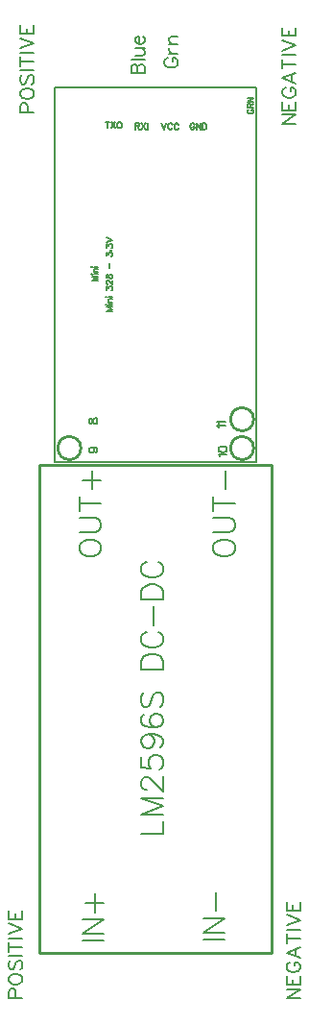
<source format=gto>
G04 Layer: TopSilkLayer*
G04 EasyEDA v6.4.7, 2021-01-19T01:18:58--8:00*
G04 5c983e547ce9454fba3114fb1a11af02,NaN*
G04 Gerber Generator version 0.2*
G04 Scale: 100 percent, Rotated: No, Reflected: No *
G04 Dimensions in inches *
G04 leading zeros omitted , absolute positions ,2 integer and 4 decimal *
%FSLAX24Y24*%
%MOIN*%
G90*
D02*

%ADD10C,0.010000*%
%ADD16C,0.008000*%
%ADD17C,0.008000*%
%ADD18C,0.006000*%

%LPD*%
G54D16*
G01X2500Y32350D02*
G01X2500Y19350D01*
G01X9500Y19350D01*
G01X9500Y32350D01*
G01X2500Y32350D01*
G54D17*
G01X3442Y2750D02*
G01X4205Y2750D01*
G01X3442Y2990D02*
G01X4205Y2990D01*
G01X3442Y2990D02*
G01X4205Y3498D01*
G01X3442Y3498D02*
G01X4205Y3498D01*
G01X3551Y4065D02*
G01X4205Y4065D01*
G01X3878Y3738D02*
G01X3878Y4394D01*
G01X3342Y16317D02*
G01X3378Y16244D01*
G01X3451Y16173D01*
G01X3525Y16136D01*
G01X3634Y16100D01*
G01X3815Y16100D01*
G01X3925Y16136D01*
G01X3996Y16173D01*
G01X4069Y16244D01*
G01X4105Y16317D01*
G01X4105Y16463D01*
G01X4069Y16536D01*
G01X3996Y16609D01*
G01X3925Y16644D01*
G01X3815Y16682D01*
G01X3634Y16682D01*
G01X3525Y16644D01*
G01X3451Y16609D01*
G01X3378Y16536D01*
G01X3342Y16463D01*
G01X3342Y16317D01*
G01X3342Y16921D02*
G01X3888Y16921D01*
G01X3996Y16957D01*
G01X4069Y17030D01*
G01X4105Y17140D01*
G01X4105Y17213D01*
G01X4069Y17321D01*
G01X3996Y17394D01*
G01X3888Y17430D01*
G01X3342Y17430D01*
G01X3342Y17925D02*
G01X4105Y17925D01*
G01X3342Y17671D02*
G01X3342Y18180D01*
G01X3451Y18746D02*
G01X4105Y18746D01*
G01X3778Y18419D02*
G01X3778Y19075D01*
G01X7993Y16317D02*
G01X8028Y16244D01*
G01X8102Y16173D01*
G01X8175Y16136D01*
G01X8284Y16100D01*
G01X8464Y16100D01*
G01X8575Y16136D01*
G01X8647Y16173D01*
G01X8719Y16244D01*
G01X8756Y16317D01*
G01X8756Y16463D01*
G01X8719Y16536D01*
G01X8647Y16609D01*
G01X8575Y16644D01*
G01X8464Y16682D01*
G01X8284Y16682D01*
G01X8175Y16644D01*
G01X8102Y16609D01*
G01X8028Y16536D01*
G01X7993Y16463D01*
G01X7993Y16317D01*
G01X7993Y16921D02*
G01X8538Y16921D01*
G01X8647Y16957D01*
G01X8719Y17030D01*
G01X8756Y17140D01*
G01X8756Y17213D01*
G01X8719Y17321D01*
G01X8647Y17394D01*
G01X8538Y17430D01*
G01X7993Y17430D01*
G01X7993Y17925D02*
G01X8756Y17925D01*
G01X7993Y17671D02*
G01X7993Y18180D01*
G01X8428Y18419D02*
G01X8428Y19075D01*
G01X7643Y2800D02*
G01X8406Y2800D01*
G01X7643Y3040D02*
G01X8406Y3040D01*
G01X7643Y3040D02*
G01X8406Y3548D01*
G01X7643Y3548D02*
G01X8406Y3548D01*
G01X8078Y3788D02*
G01X8078Y4444D01*
G01X5492Y6450D02*
G01X6255Y6450D01*
G01X6255Y6450D02*
G01X6255Y6886D01*
G01X5492Y7126D02*
G01X6255Y7126D01*
G01X5492Y7126D02*
G01X6255Y7417D01*
G01X5492Y7707D02*
G01X6255Y7417D01*
G01X5492Y7707D02*
G01X6255Y7707D01*
G01X5675Y7984D02*
G01X5638Y7984D01*
G01X5565Y8021D01*
G01X5528Y8057D01*
G01X5492Y8130D01*
G01X5492Y8275D01*
G01X5528Y8348D01*
G01X5565Y8384D01*
G01X5638Y8421D01*
G01X5711Y8421D01*
G01X5784Y8384D01*
G01X5892Y8311D01*
G01X6255Y7948D01*
G01X6255Y8457D01*
G01X5492Y9134D02*
G01X5492Y8769D01*
G01X5819Y8734D01*
G01X5784Y8769D01*
G01X5746Y8878D01*
G01X5746Y8988D01*
G01X5784Y9096D01*
G01X5855Y9169D01*
G01X5965Y9205D01*
G01X6038Y9205D01*
G01X6146Y9169D01*
G01X6219Y9096D01*
G01X6255Y8988D01*
G01X6255Y8878D01*
G01X6219Y8769D01*
G01X6184Y8734D01*
G01X6111Y8696D01*
G01X5746Y9919D02*
G01X5855Y9882D01*
G01X5928Y9809D01*
G01X5965Y9701D01*
G01X5965Y9665D01*
G01X5928Y9555D01*
G01X5855Y9482D01*
G01X5746Y9446D01*
G01X5711Y9446D01*
G01X5601Y9482D01*
G01X5528Y9555D01*
G01X5492Y9665D01*
G01X5492Y9701D01*
G01X5528Y9809D01*
G01X5601Y9882D01*
G01X5746Y9919D01*
G01X5928Y9919D01*
G01X6111Y9882D01*
G01X6219Y9809D01*
G01X6255Y9701D01*
G01X6255Y9628D01*
G01X6219Y9519D01*
G01X6146Y9482D01*
G01X5601Y10594D02*
G01X5528Y10559D01*
G01X5492Y10450D01*
G01X5492Y10376D01*
G01X5528Y10267D01*
G01X5638Y10194D01*
G01X5819Y10159D01*
G01X6001Y10159D01*
G01X6146Y10194D01*
G01X6219Y10267D01*
G01X6255Y10376D01*
G01X6255Y10413D01*
G01X6219Y10523D01*
G01X6146Y10594D01*
G01X6038Y10632D01*
G01X6001Y10632D01*
G01X5892Y10594D01*
G01X5819Y10523D01*
G01X5784Y10413D01*
G01X5784Y10376D01*
G01X5819Y10267D01*
G01X5892Y10194D01*
G01X6001Y10159D01*
G01X5601Y11380D02*
G01X5528Y11307D01*
G01X5492Y11198D01*
G01X5492Y11053D01*
G01X5528Y10944D01*
G01X5601Y10871D01*
G01X5675Y10871D01*
G01X5746Y10907D01*
G01X5784Y10944D01*
G01X5819Y11017D01*
G01X5892Y11234D01*
G01X5928Y11307D01*
G01X5965Y11344D01*
G01X6038Y11380D01*
G01X6146Y11380D01*
G01X6219Y11307D01*
G01X6255Y11198D01*
G01X6255Y11053D01*
G01X6219Y10944D01*
G01X6146Y10871D01*
G01X5492Y12180D02*
G01X6255Y12180D01*
G01X5492Y12180D02*
G01X5492Y12434D01*
G01X5528Y12544D01*
G01X5601Y12617D01*
G01X5675Y12653D01*
G01X5784Y12690D01*
G01X5965Y12690D01*
G01X6075Y12653D01*
G01X6146Y12617D01*
G01X6219Y12544D01*
G01X6255Y12434D01*
G01X6255Y12180D01*
G01X5675Y13475D02*
G01X5601Y13438D01*
G01X5528Y13365D01*
G01X5492Y13294D01*
G01X5492Y13148D01*
G01X5528Y13075D01*
G01X5601Y13003D01*
G01X5675Y12965D01*
G01X5784Y12930D01*
G01X5965Y12930D01*
G01X6075Y12965D01*
G01X6146Y13003D01*
G01X6219Y13075D01*
G01X6255Y13148D01*
G01X6255Y13294D01*
G01X6219Y13365D01*
G01X6146Y13438D01*
G01X6075Y13475D01*
G01X5928Y13715D02*
G01X5928Y14369D01*
G01X5492Y14609D02*
G01X6255Y14609D01*
G01X5492Y14609D02*
G01X5492Y14865D01*
G01X5528Y14973D01*
G01X5601Y15046D01*
G01X5675Y15082D01*
G01X5784Y15119D01*
G01X5965Y15119D01*
G01X6075Y15082D01*
G01X6146Y15046D01*
G01X6219Y14973D01*
G01X6255Y14865D01*
G01X6255Y14609D01*
G01X5675Y15905D02*
G01X5601Y15867D01*
G01X5528Y15794D01*
G01X5492Y15723D01*
G01X5492Y15576D01*
G01X5528Y15505D01*
G01X5601Y15432D01*
G01X5675Y15394D01*
G01X5784Y15359D01*
G01X5965Y15359D01*
G01X6075Y15394D01*
G01X6146Y15432D01*
G01X6219Y15505D01*
G01X6255Y15576D01*
G01X6255Y15723D01*
G01X6219Y15794D01*
G01X6146Y15867D01*
G01X6075Y15905D01*
G54D18*
G01X3782Y19877D02*
G01X3823Y19863D01*
G01X3850Y19836D01*
G01X3863Y19794D01*
G01X3863Y19782D01*
G01X3850Y19740D01*
G01X3823Y19713D01*
G01X3782Y19700D01*
G01X3767Y19700D01*
G01X3726Y19713D01*
G01X3700Y19740D01*
G01X3686Y19782D01*
G01X3686Y19794D01*
G01X3700Y19836D01*
G01X3726Y19863D01*
G01X3782Y19877D01*
G01X3850Y19877D01*
G01X3917Y19863D01*
G01X3959Y19836D01*
G01X3973Y19794D01*
G01X3973Y19767D01*
G01X3959Y19727D01*
G01X3932Y19713D01*
G01X3686Y20767D02*
G01X3700Y20727D01*
G01X3726Y20713D01*
G01X3755Y20713D01*
G01X3782Y20727D01*
G01X3794Y20755D01*
G01X3809Y20809D01*
G01X3823Y20850D01*
G01X3850Y20877D01*
G01X3876Y20890D01*
G01X3917Y20890D01*
G01X3944Y20877D01*
G01X3959Y20863D01*
G01X3973Y20823D01*
G01X3973Y20767D01*
G01X3959Y20727D01*
G01X3944Y20713D01*
G01X3917Y20700D01*
G01X3876Y20700D01*
G01X3850Y20713D01*
G01X3823Y20740D01*
G01X3809Y20782D01*
G01X3794Y20836D01*
G01X3782Y20863D01*
G01X3755Y20877D01*
G01X3726Y20877D01*
G01X3700Y20863D01*
G01X3686Y20823D01*
G01X3686Y20767D01*
G01X4319Y31169D02*
G01X4319Y30959D01*
G01X4250Y31169D02*
G01X4390Y31169D01*
G01X4455Y31169D02*
G01X4596Y30959D01*
G01X4596Y31169D02*
G01X4455Y30959D01*
G01X4721Y31169D02*
G01X4701Y31159D01*
G01X4682Y31140D01*
G01X4671Y31119D01*
G01X4661Y31090D01*
G01X4661Y31040D01*
G01X4671Y31009D01*
G01X4682Y30990D01*
G01X4701Y30969D01*
G01X4721Y30959D01*
G01X4761Y30959D01*
G01X4782Y30969D01*
G01X4801Y30990D01*
G01X4811Y31009D01*
G01X4821Y31040D01*
G01X4821Y31090D01*
G01X4811Y31119D01*
G01X4801Y31140D01*
G01X4782Y31159D01*
G01X4761Y31169D01*
G01X4721Y31169D01*
G01X5300Y31119D02*
G01X5300Y30909D01*
G01X5300Y31119D02*
G01X5390Y31119D01*
G01X5419Y31109D01*
G01X5430Y31100D01*
G01X5440Y31080D01*
G01X5440Y31059D01*
G01X5430Y31040D01*
G01X5419Y31030D01*
G01X5390Y31019D01*
G01X5300Y31019D01*
G01X5369Y31019D02*
G01X5440Y30909D01*
G01X5505Y31119D02*
G01X5646Y30909D01*
G01X5646Y31119D02*
G01X5505Y30909D01*
G01X5711Y31119D02*
G01X5711Y30909D01*
G01X8190Y20550D02*
G01X8177Y20577D01*
G01X8135Y20617D01*
G01X8422Y20617D01*
G01X8190Y20707D02*
G01X8177Y20734D01*
G01X8135Y20776D01*
G01X8422Y20776D01*
G01X8240Y19550D02*
G01X8227Y19577D01*
G01X8185Y19617D01*
G01X8472Y19617D01*
G01X8185Y19790D02*
G01X8200Y19748D01*
G01X8240Y19721D01*
G01X8309Y19707D01*
G01X8350Y19707D01*
G01X8418Y19721D01*
G01X8459Y19748D01*
G01X8472Y19790D01*
G01X8472Y19817D01*
G01X8459Y19857D01*
G01X8418Y19884D01*
G01X8350Y19898D01*
G01X8309Y19898D01*
G01X8240Y19884D01*
G01X8200Y19857D01*
G01X8185Y19817D01*
G01X8185Y19790D01*
G01X6200Y31119D02*
G01X6280Y30909D01*
G01X6359Y31119D02*
G01X6280Y30909D01*
G01X6576Y31069D02*
G01X6565Y31090D01*
G01X6546Y31109D01*
G01X6526Y31119D01*
G01X6486Y31119D01*
G01X6465Y31109D01*
G01X6446Y31090D01*
G01X6436Y31069D01*
G01X6426Y31040D01*
G01X6426Y30990D01*
G01X6436Y30959D01*
G01X6446Y30940D01*
G01X6465Y30919D01*
G01X6486Y30909D01*
G01X6526Y30909D01*
G01X6546Y30919D01*
G01X6565Y30940D01*
G01X6576Y30959D01*
G01X6792Y31069D02*
G01X6782Y31090D01*
G01X6761Y31109D01*
G01X6742Y31119D01*
G01X6701Y31119D01*
G01X6682Y31109D01*
G01X6661Y31090D01*
G01X6651Y31069D01*
G01X6642Y31040D01*
G01X6642Y30990D01*
G01X6651Y30959D01*
G01X6661Y30940D01*
G01X6682Y30919D01*
G01X6701Y30909D01*
G01X6742Y30909D01*
G01X6761Y30919D01*
G01X6782Y30940D01*
G01X6792Y30959D01*
G01X7350Y31069D02*
G01X7340Y31090D01*
G01X7319Y31109D01*
G01X7300Y31119D01*
G01X7259Y31119D01*
G01X7240Y31109D01*
G01X7219Y31090D01*
G01X7209Y31069D01*
G01X7200Y31040D01*
G01X7200Y30990D01*
G01X7209Y30959D01*
G01X7219Y30940D01*
G01X7240Y30919D01*
G01X7259Y30909D01*
G01X7300Y30909D01*
G01X7319Y30919D01*
G01X7340Y30940D01*
G01X7350Y30959D01*
G01X7350Y30990D01*
G01X7300Y30990D02*
G01X7350Y30990D01*
G01X7415Y31119D02*
G01X7415Y30909D01*
G01X7415Y31119D02*
G01X7555Y30909D01*
G01X7555Y31119D02*
G01X7555Y30909D01*
G01X7622Y31119D02*
G01X7622Y30909D01*
G01X7622Y31119D02*
G01X7692Y31119D01*
G01X7722Y31109D01*
G01X7742Y31090D01*
G01X7752Y31069D01*
G01X7761Y31040D01*
G01X7761Y30990D01*
G01X7752Y30959D01*
G01X7742Y30940D01*
G01X7722Y30919D01*
G01X7692Y30909D01*
G01X7622Y30909D01*
G01X9230Y31600D02*
G01X9210Y31590D01*
G01X9189Y31569D01*
G01X9180Y31550D01*
G01X9180Y31509D01*
G01X9189Y31490D01*
G01X9210Y31469D01*
G01X9230Y31459D01*
G01X9260Y31450D01*
G01X9310Y31450D01*
G01X9339Y31459D01*
G01X9360Y31469D01*
G01X9380Y31490D01*
G01X9389Y31509D01*
G01X9389Y31550D01*
G01X9380Y31569D01*
G01X9360Y31590D01*
G01X9339Y31600D01*
G01X9310Y31600D01*
G01X9310Y31550D02*
G01X9310Y31600D01*
G01X9180Y31665D02*
G01X9389Y31665D01*
G01X9180Y31665D02*
G01X9180Y31755D01*
G01X9189Y31786D01*
G01X9200Y31796D01*
G01X9219Y31805D01*
G01X9239Y31805D01*
G01X9260Y31796D01*
G01X9269Y31786D01*
G01X9280Y31755D01*
G01X9280Y31665D01*
G01X9280Y31736D02*
G01X9389Y31805D01*
G01X9180Y31871D02*
G01X9389Y31871D01*
G01X9180Y31871D02*
G01X9389Y32011D01*
G01X9180Y32011D02*
G01X9389Y32011D01*
G01X4280Y24600D02*
G01X4490Y24600D01*
G01X4280Y24600D02*
G01X4490Y24680D01*
G01X4280Y24759D02*
G01X4490Y24680D01*
G01X4280Y24759D02*
G01X4490Y24759D01*
G01X4280Y24826D02*
G01X4290Y24836D01*
G01X4280Y24846D01*
G01X4269Y24836D01*
G01X4280Y24826D01*
G01X4350Y24836D02*
G01X4490Y24836D01*
G01X4350Y24911D02*
G01X4490Y24911D01*
G01X4390Y24911D02*
G01X4359Y24942D01*
G01X4350Y24961D01*
G01X4350Y24992D01*
G01X4359Y25011D01*
G01X4390Y25021D01*
G01X4490Y25021D01*
G01X4280Y25088D02*
G01X4290Y25098D01*
G01X4280Y25107D01*
G01X4269Y25098D01*
G01X4280Y25088D01*
G01X4350Y25098D02*
G01X4490Y25098D01*
G01X4280Y25348D02*
G01X4280Y25457D01*
G01X4359Y25398D01*
G01X4359Y25428D01*
G01X4369Y25448D01*
G01X4380Y25457D01*
G01X4409Y25467D01*
G01X4430Y25467D01*
G01X4459Y25457D01*
G01X4480Y25438D01*
G01X4490Y25407D01*
G01X4490Y25378D01*
G01X4480Y25348D01*
G01X4469Y25338D01*
G01X4450Y25328D01*
G01X4330Y25544D02*
G01X4319Y25544D01*
G01X4300Y25553D01*
G01X4290Y25563D01*
G01X4280Y25584D01*
G01X4280Y25623D01*
G01X4290Y25644D01*
G01X4300Y25653D01*
G01X4319Y25663D01*
G01X4340Y25663D01*
G01X4359Y25653D01*
G01X4390Y25634D01*
G01X4490Y25534D01*
G01X4490Y25673D01*
G01X4280Y25790D02*
G01X4290Y25759D01*
G01X4309Y25750D01*
G01X4330Y25750D01*
G01X4350Y25759D01*
G01X4359Y25780D01*
G01X4369Y25819D01*
G01X4380Y25850D01*
G01X4400Y25869D01*
G01X4419Y25880D01*
G01X4450Y25880D01*
G01X4469Y25869D01*
G01X4480Y25859D01*
G01X4490Y25830D01*
G01X4490Y25790D01*
G01X4480Y25759D01*
G01X4469Y25750D01*
G01X4450Y25740D01*
G01X4419Y25740D01*
G01X4400Y25750D01*
G01X4380Y25769D01*
G01X4369Y25800D01*
G01X4359Y25840D01*
G01X4350Y25859D01*
G01X4330Y25869D01*
G01X4309Y25869D01*
G01X4290Y25859D01*
G01X4280Y25830D01*
G01X4280Y25790D01*
G01X4400Y26100D02*
G01X4400Y26280D01*
G01X4280Y26519D02*
G01X4280Y26630D01*
G01X4359Y26569D01*
G01X4359Y26600D01*
G01X4369Y26619D01*
G01X4380Y26630D01*
G01X4409Y26640D01*
G01X4430Y26640D01*
G01X4459Y26630D01*
G01X4480Y26609D01*
G01X4490Y26580D01*
G01X4490Y26550D01*
G01X4480Y26519D01*
G01X4469Y26509D01*
G01X4450Y26500D01*
G01X4440Y26715D02*
G01X4450Y26705D01*
G01X4459Y26715D01*
G01X4450Y26726D01*
G01X4440Y26715D01*
G01X4280Y26811D02*
G01X4280Y26921D01*
G01X4359Y26861D01*
G01X4359Y26892D01*
G01X4369Y26911D01*
G01X4380Y26921D01*
G01X4409Y26932D01*
G01X4430Y26932D01*
G01X4459Y26921D01*
G01X4480Y26902D01*
G01X4490Y26871D01*
G01X4490Y26842D01*
G01X4480Y26811D01*
G01X4469Y26802D01*
G01X4450Y26792D01*
G01X4280Y26998D02*
G01X4490Y27078D01*
G01X4280Y27157D02*
G01X4490Y27078D01*
G01X3780Y25650D02*
G01X3990Y25650D01*
G01X3780Y25650D02*
G01X3990Y25730D01*
G01X3780Y25809D02*
G01X3990Y25730D01*
G01X3780Y25809D02*
G01X3990Y25809D01*
G01X3780Y25876D02*
G01X3790Y25886D01*
G01X3780Y25896D01*
G01X3769Y25886D01*
G01X3780Y25876D01*
G01X3850Y25886D02*
G01X3990Y25886D01*
G01X3850Y25961D02*
G01X3990Y25961D01*
G01X3890Y25961D02*
G01X3859Y25992D01*
G01X3850Y26011D01*
G01X3850Y26042D01*
G01X3859Y26061D01*
G01X3890Y26071D01*
G01X3990Y26071D01*
G01X3780Y26138D02*
G01X3790Y26148D01*
G01X3780Y26157D01*
G01X3769Y26148D01*
G01X3780Y26138D01*
G01X3850Y26148D02*
G01X3990Y26148D01*
G54D17*
G01X5144Y32850D02*
G01X5623Y32850D01*
G01X5144Y32850D02*
G01X5144Y33055D01*
G01X5167Y33123D01*
G01X5190Y33144D01*
G01X5236Y33167D01*
G01X5282Y33167D01*
G01X5326Y33144D01*
G01X5350Y33123D01*
G01X5373Y33055D01*
G01X5373Y32850D02*
G01X5373Y33055D01*
G01X5394Y33123D01*
G01X5417Y33144D01*
G01X5463Y33167D01*
G01X5532Y33167D01*
G01X5576Y33144D01*
G01X5600Y33123D01*
G01X5623Y33055D01*
G01X5623Y32850D01*
G01X5144Y33317D02*
G01X5623Y33317D01*
G01X5305Y33467D02*
G01X5532Y33467D01*
G01X5600Y33490D01*
G01X5623Y33536D01*
G01X5623Y33605D01*
G01X5600Y33650D01*
G01X5532Y33717D01*
G01X5305Y33717D02*
G01X5623Y33717D01*
G01X5440Y33867D02*
G01X5440Y34140D01*
G01X5394Y34140D01*
G01X5350Y34117D01*
G01X5326Y34094D01*
G01X5305Y34050D01*
G01X5305Y33982D01*
G01X5326Y33936D01*
G01X5373Y33890D01*
G01X5440Y33867D01*
G01X5486Y33867D01*
G01X5555Y33890D01*
G01X5600Y33936D01*
G01X5623Y33982D01*
G01X5623Y34050D01*
G01X5600Y34094D01*
G01X5555Y34140D01*
G01X6409Y33390D02*
G01X6363Y33367D01*
G01X6317Y33323D01*
G01X6294Y33277D01*
G01X6294Y33186D01*
G01X6317Y33140D01*
G01X6363Y33094D01*
G01X6409Y33073D01*
G01X6476Y33050D01*
G01X6590Y33050D01*
G01X6659Y33073D01*
G01X6705Y33094D01*
G01X6750Y33140D01*
G01X6773Y33186D01*
G01X6773Y33277D01*
G01X6750Y33323D01*
G01X6705Y33367D01*
G01X6659Y33390D01*
G01X6590Y33390D01*
G01X6590Y33277D02*
G01X6590Y33390D01*
G01X6455Y33540D02*
G01X6773Y33540D01*
G01X6590Y33540D02*
G01X6523Y33563D01*
G01X6476Y33609D01*
G01X6455Y33655D01*
G01X6455Y33723D01*
G01X6455Y33873D02*
G01X6773Y33873D01*
G01X6544Y33873D02*
G01X6476Y33940D01*
G01X6455Y33986D01*
G01X6455Y34055D01*
G01X6476Y34100D01*
G01X6544Y34123D01*
G01X6773Y34123D01*
G01X1294Y31500D02*
G01X1773Y31500D01*
G01X1294Y31500D02*
G01X1294Y31705D01*
G01X1317Y31773D01*
G01X1340Y31794D01*
G01X1386Y31817D01*
G01X1455Y31817D01*
G01X1500Y31794D01*
G01X1523Y31773D01*
G01X1544Y31705D01*
G01X1544Y31500D01*
G01X1294Y32105D02*
G01X1317Y32059D01*
G01X1363Y32013D01*
G01X1409Y31990D01*
G01X1476Y31967D01*
G01X1590Y31967D01*
G01X1659Y31990D01*
G01X1705Y32013D01*
G01X1750Y32059D01*
G01X1773Y32105D01*
G01X1773Y32194D01*
G01X1750Y32240D01*
G01X1705Y32286D01*
G01X1659Y32309D01*
G01X1590Y32332D01*
G01X1476Y32332D01*
G01X1409Y32309D01*
G01X1363Y32286D01*
G01X1317Y32240D01*
G01X1294Y32194D01*
G01X1294Y32105D01*
G01X1363Y32800D02*
G01X1317Y32755D01*
G01X1294Y32686D01*
G01X1294Y32594D01*
G01X1317Y32527D01*
G01X1363Y32482D01*
G01X1409Y32482D01*
G01X1455Y32505D01*
G01X1476Y32527D01*
G01X1500Y32573D01*
G01X1544Y32709D01*
G01X1567Y32755D01*
G01X1590Y32777D01*
G01X1636Y32800D01*
G01X1705Y32800D01*
G01X1750Y32755D01*
G01X1773Y32686D01*
G01X1773Y32594D01*
G01X1750Y32527D01*
G01X1705Y32482D01*
G01X1294Y32950D02*
G01X1773Y32950D01*
G01X1294Y33259D02*
G01X1773Y33259D01*
G01X1294Y33100D02*
G01X1294Y33417D01*
G01X1294Y33567D02*
G01X1773Y33567D01*
G01X1294Y33717D02*
G01X1773Y33900D01*
G01X1294Y34082D02*
G01X1773Y33900D01*
G01X1294Y34232D02*
G01X1773Y34232D01*
G01X1294Y34232D02*
G01X1294Y34527D01*
G01X1523Y34232D02*
G01X1523Y34413D01*
G01X1773Y34232D02*
G01X1773Y34527D01*
G01X10394Y31100D02*
G01X10872Y31100D01*
G01X10394Y31100D02*
G01X10872Y31417D01*
G01X10394Y31417D02*
G01X10872Y31417D01*
G01X10394Y31567D02*
G01X10872Y31567D01*
G01X10394Y31567D02*
G01X10394Y31863D01*
G01X10622Y31567D02*
G01X10622Y31750D01*
G01X10872Y31567D02*
G01X10872Y31863D01*
G01X10509Y32355D02*
G01X10464Y32332D01*
G01X10418Y32286D01*
G01X10394Y32240D01*
G01X10394Y32150D01*
G01X10418Y32105D01*
G01X10464Y32059D01*
G01X10509Y32036D01*
G01X10577Y32013D01*
G01X10690Y32013D01*
G01X10759Y32036D01*
G01X10805Y32059D01*
G01X10850Y32105D01*
G01X10872Y32150D01*
G01X10872Y32240D01*
G01X10850Y32286D01*
G01X10805Y32332D01*
G01X10759Y32355D01*
G01X10690Y32355D01*
G01X10690Y32240D02*
G01X10690Y32355D01*
G01X10394Y32686D02*
G01X10872Y32505D01*
G01X10394Y32686D02*
G01X10872Y32867D01*
G01X10714Y32573D02*
G01X10714Y32800D01*
G01X10394Y33177D02*
G01X10872Y33177D01*
G01X10394Y33017D02*
G01X10394Y33336D01*
G01X10394Y33486D02*
G01X10872Y33486D01*
G01X10394Y33636D02*
G01X10872Y33817D01*
G01X10394Y34000D02*
G01X10872Y33817D01*
G01X10394Y34150D02*
G01X10872Y34150D01*
G01X10394Y34150D02*
G01X10394Y34444D01*
G01X10622Y34150D02*
G01X10622Y34332D01*
G01X10872Y34150D02*
G01X10872Y34444D01*
G01X10543Y752D02*
G01X11021Y752D01*
G01X10543Y752D02*
G01X11021Y1070D01*
G01X10543Y1070D02*
G01X11021Y1070D01*
G01X10543Y1220D02*
G01X11021Y1220D01*
G01X10543Y1220D02*
G01X10543Y1516D01*
G01X10771Y1220D02*
G01X10771Y1402D01*
G01X11021Y1220D02*
G01X11021Y1516D01*
G01X10657Y2007D02*
G01X10612Y1984D01*
G01X10566Y1938D01*
G01X10543Y1893D01*
G01X10543Y1802D01*
G01X10566Y1757D01*
G01X10612Y1711D01*
G01X10657Y1688D01*
G01X10725Y1666D01*
G01X10839Y1666D01*
G01X10907Y1688D01*
G01X10953Y1711D01*
G01X10998Y1757D01*
G01X11021Y1802D01*
G01X11021Y1893D01*
G01X10998Y1938D01*
G01X10953Y1984D01*
G01X10907Y2007D01*
G01X10839Y2007D01*
G01X10839Y1893D02*
G01X10839Y2007D01*
G01X10543Y2338D02*
G01X11021Y2157D01*
G01X10543Y2338D02*
G01X11021Y2520D01*
G01X10862Y2225D02*
G01X10862Y2452D01*
G01X10543Y2829D02*
G01X11021Y2829D01*
G01X10543Y2670D02*
G01X10543Y2988D01*
G01X10543Y3138D02*
G01X11021Y3138D01*
G01X10543Y3288D02*
G01X11021Y3470D01*
G01X10543Y3652D02*
G01X11021Y3470D01*
G01X10543Y3802D02*
G01X11021Y3802D01*
G01X10543Y3802D02*
G01X10543Y4097D01*
G01X10771Y3802D02*
G01X10771Y3984D01*
G01X11021Y3802D02*
G01X11021Y4097D01*
G01X886Y769D02*
G01X1364Y769D01*
G01X886Y769D02*
G01X886Y974D01*
G01X909Y1042D01*
G01X932Y1064D01*
G01X977Y1087D01*
G01X1046Y1087D01*
G01X1091Y1064D01*
G01X1114Y1042D01*
G01X1136Y974D01*
G01X1136Y769D01*
G01X886Y1374D02*
G01X909Y1328D01*
G01X955Y1283D01*
G01X1000Y1260D01*
G01X1068Y1237D01*
G01X1182Y1237D01*
G01X1250Y1260D01*
G01X1296Y1283D01*
G01X1341Y1328D01*
G01X1364Y1374D01*
G01X1364Y1464D01*
G01X1341Y1510D01*
G01X1296Y1555D01*
G01X1250Y1578D01*
G01X1182Y1601D01*
G01X1068Y1601D01*
G01X1000Y1578D01*
G01X955Y1555D01*
G01X909Y1510D01*
G01X886Y1464D01*
G01X886Y1374D01*
G01X955Y2069D02*
G01X909Y2024D01*
G01X886Y1955D01*
G01X886Y1864D01*
G01X909Y1796D01*
G01X955Y1751D01*
G01X1000Y1751D01*
G01X1046Y1774D01*
G01X1068Y1796D01*
G01X1091Y1842D01*
G01X1136Y1978D01*
G01X1159Y2024D01*
G01X1182Y2046D01*
G01X1227Y2069D01*
G01X1296Y2069D01*
G01X1341Y2024D01*
G01X1364Y1955D01*
G01X1364Y1864D01*
G01X1341Y1796D01*
G01X1296Y1751D01*
G01X886Y2219D02*
G01X1364Y2219D01*
G01X886Y2528D02*
G01X1364Y2528D01*
G01X886Y2369D02*
G01X886Y2687D01*
G01X886Y2837D02*
G01X1364Y2837D01*
G01X886Y2987D02*
G01X1364Y3169D01*
G01X886Y3351D02*
G01X1364Y3169D01*
G01X886Y3501D02*
G01X1364Y3501D01*
G01X886Y3501D02*
G01X886Y3796D01*
G01X1114Y3501D02*
G01X1114Y3683D01*
G01X1364Y3501D02*
G01X1364Y3796D01*
G54D10*
G75*
G01X3400Y19850D02*
G03X3400Y19850I-400J0D01*
G01*
G75*
G01X9400Y19850D02*
G03X9400Y19850I-400J0D01*
G01*
G75*
G01X9400Y20850D02*
G03X9400Y20850I-400J0D01*
G01*
G01X1950Y19250D02*
G01X10020Y19250D01*
G01X10020Y2320D01*
G01X1950Y2320D01*
G01X1950Y19250D01*
M00*
M02*

</source>
